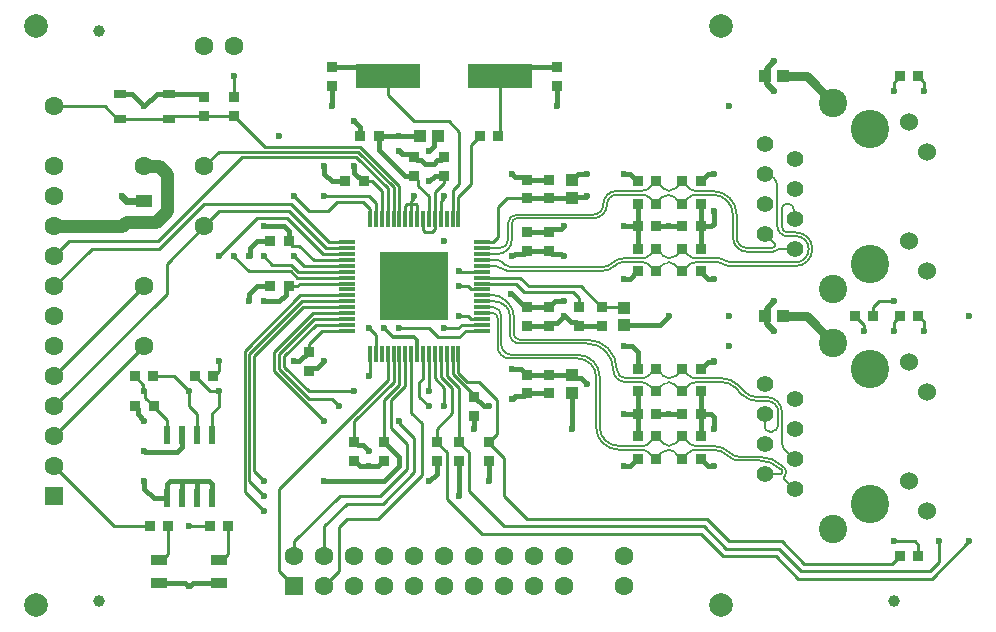
<source format=gtl>
G04*
G04 #@! TF.GenerationSoftware,Altium Limited,CircuitStudio,1.5.2 (30)*
G04*
G04 Layer_Physical_Order=1*
G04 Layer_Color=11767835*
%FSLAX25Y25*%
%MOIN*%
G70*
G01*
G75*
%ADD10C,0.00693*%
%ADD11C,0.00692*%
%ADD12C,0.03937*%
%ADD13R,0.04016X0.03858*%
%ADD14R,0.05709X0.04331*%
%ADD15R,0.03543X0.03740*%
%ADD16R,0.03740X0.03543*%
%ADD17R,0.03740X0.03543*%
%ADD18R,0.03543X0.03740*%
%ADD19R,0.05512X0.03543*%
%ADD20R,0.04134X0.02559*%
%ADD21R,0.21654X0.07874*%
%ADD22R,0.02362X0.05906*%
%ADD23R,0.03858X0.04016*%
%ADD24R,0.22638X0.22638*%
%ADD25R,0.05512X0.01181*%
%ADD26R,0.01181X0.05512*%
%ADD27C,0.01000*%
%ADD28C,0.01600*%
%ADD29C,0.01200*%
%ADD30C,0.03000*%
%ADD31C,0.02000*%
%ADD32C,0.04200*%
%ADD33C,0.02400*%
%ADD34C,0.07874*%
%ADD35C,0.06299*%
%ADD36R,0.06299X0.06299*%
%ADD37R,0.06299X0.06299*%
%ADD38C,0.12795*%
%ADD39C,0.06024*%
%ADD40C,0.09449*%
%ADD41C,0.05543*%
%ADD42C,0.02362*%
D10*
X260113Y133178D02*
G03*
X260316Y133668I-490J490D01*
G01*
X247500Y143834D02*
G03*
X239500Y151834I-8000J0D01*
G01*
X231271Y153029D02*
G03*
X234157Y151834I2886J2886D01*
G01*
X260316Y133668D02*
G03*
X260113Y134158I-693J0D01*
G01*
X259348Y132861D02*
G03*
X260113Y133178I0J1083D01*
G01*
X247500Y136234D02*
G03*
X250872Y132861I3373J0D01*
G01*
X215800Y151867D02*
G03*
X218647Y153046I0J4026D01*
G01*
X207567Y151867D02*
G03*
X203000Y147300I0J-4567D01*
G01*
X199634Y143934D02*
G03*
X203000Y147300I0J3366D01*
G01*
X174200Y143934D02*
G03*
X171266Y141000I0J-2934D01*
G01*
X168561Y132795D02*
G03*
X171266Y135500I0J2705D01*
G01*
X168853Y126146D02*
G03*
X170979Y125266I2125J2125D01*
G01*
X168853Y126146D02*
G03*
X167059Y126890I-1795J-1795D01*
G01*
X202866Y125266D02*
G03*
X206792Y126892I0J5552D01*
G01*
X209777Y128133D02*
G03*
X206800Y126900I0J-4210D01*
G01*
X218701Y126900D02*
G03*
X215724Y128133I-2977J-2977D01*
G01*
X234177D02*
G03*
X231200Y126900I0J-4210D01*
G01*
X243056Y127450D02*
G03*
X244706Y126766I1650J1650D01*
G01*
X243056Y127450D02*
G03*
X241406Y128133I-1650J-1650D01*
G01*
X267000Y126766D02*
G03*
X272734Y132500I0J5734D01*
G01*
D02*
G03*
X267234Y138000I-5500J0D01*
G01*
X262500Y140000D02*
G03*
X264500Y138000I2000J0D01*
G01*
X264000Y147500D02*
G03*
X262500Y146000I0J-1500D01*
G01*
X266772Y145137D02*
G03*
X266000Y147000I-2635J0D01*
G01*
D02*
G03*
X264793Y147500I-1207J-1207D01*
G01*
X169353Y128146D02*
G03*
X167635Y128858I-1719J-1719D01*
G01*
X170293Y127207D02*
G03*
X172000Y126500I1707J1707D01*
G01*
X202855D02*
G03*
X205927Y127772I0J4344D01*
G01*
X209773Y129367D02*
G03*
X205930Y127775I0J-5434D01*
G01*
X215724Y129367D02*
G03*
X218701Y130600I0J4210D01*
G01*
X223008Y130192D02*
G03*
X225000Y129367I1992J1992D01*
G01*
D02*
G03*
X227163Y130263I0J3059D01*
G01*
X231201Y130599D02*
G03*
X234177Y129367I2976J2977D01*
G01*
X243567Y128683D02*
G03*
X245217Y128000I1650J1650D01*
G01*
X267000D02*
G03*
X271500Y132500I0J4500D01*
G01*
X243567Y128683D02*
G03*
X241917Y129367I-1650J-1650D01*
G01*
X271500Y132500D02*
G03*
X267234Y136766I-4266J0D01*
G01*
X261000Y153272D02*
G03*
X256772Y157500I-4228J0D01*
G01*
X261000Y140266D02*
G03*
X264500Y136766I3500J0D01*
G01*
X224902Y128133D02*
G03*
X222739Y127237I0J-3059D01*
G01*
X226894Y127308D02*
G03*
X224902Y128133I-1992J-1992D01*
G01*
X225000Y151867D02*
G03*
X227163Y152763I0J3059D01*
G01*
X223008Y152692D02*
G03*
X225000Y151867I1992J1992D01*
G01*
X234097Y150600D02*
G03*
X231200Y149400I0J-4097D01*
G01*
X266772Y132500D02*
G03*
X266473Y132624I-298J-298D01*
G01*
X262007Y132624D02*
G03*
X260805Y132125I0J-1700D01*
G01*
X259603Y131628D02*
G03*
X260805Y132125I0J1700D01*
G01*
X246266Y143834D02*
G03*
X239500Y150600I-6766J0D01*
G01*
X246266Y136234D02*
G03*
X250872Y131628I4606J0D01*
G01*
X218647Y149454D02*
G03*
X215800Y150633I-2847J-2847D01*
G01*
X207567D02*
G03*
X204234Y147300I0J-3333D01*
G01*
X199634Y142700D02*
G03*
X204234Y147300I0J4600D01*
G01*
X174200Y142700D02*
G03*
X172500Y141000I0J-1700D01*
G01*
X167827Y130827D02*
G03*
X172500Y135500I0J4673D01*
G01*
X226869Y149783D02*
G03*
X222661Y149666I-2042J-2290D01*
G01*
X201834Y89900D02*
G03*
X194500Y97234I-7334J0D01*
G01*
X201834Y73166D02*
G03*
X208133Y66867I6299J0D01*
G01*
X169000Y110300D02*
G03*
X166200Y113100I-2800J0D01*
G01*
X169000Y100734D02*
G03*
X172500Y97234I3500J0D01*
G01*
X216725Y66867D02*
G03*
X217505Y67190I0J1103D01*
G01*
X223008Y67692D02*
G03*
X225000Y66867I1992J1992D01*
G01*
D02*
G03*
X227163Y67763I0J3059D01*
G01*
X200600Y89900D02*
G03*
X194500Y96000I-6100J0D01*
G01*
X200600Y73166D02*
G03*
X208133Y65633I7533J0D01*
G01*
X167766Y109576D02*
G03*
X166200Y111142I-1566J0D01*
G01*
X167766Y100000D02*
G03*
X171766Y96000I4000J0D01*
G01*
X218600Y64300D02*
G03*
X215382Y65633I-3218J-3218D01*
G01*
X224902Y65633D02*
G03*
X222739Y64737I0J-3059D01*
G01*
X226894Y64808D02*
G03*
X224902Y65633I-1992J-1992D01*
G01*
X207534Y92400D02*
G03*
X197700Y102234I-9834J0D01*
G01*
X207534Y92400D02*
G03*
X210567Y89367I3033J0D01*
G01*
X170224Y115505D02*
G03*
X166500Y117047I-3724J-3724D01*
G01*
X173100Y110384D02*
G03*
X171513Y114216I-5419J0D01*
G01*
X173100Y104295D02*
G03*
X175161Y102234I2061J0D01*
G01*
X215482Y89367D02*
G03*
X218700Y90700I0J4551D01*
G01*
X223008Y90192D02*
G03*
X225000Y89367I1992J1992D01*
G01*
D02*
G03*
X227163Y90263I0J3059D01*
G01*
X250216Y84784D02*
G03*
X254200Y83134I3984J3984D01*
G01*
X262600Y78034D02*
G03*
X257500Y83134I-5100J0D01*
G01*
X262600Y68095D02*
G03*
X263882Y65000I4377J0D01*
G01*
X247664Y87336D02*
G03*
X242842Y89333I-4822J-4822D01*
G01*
X206300Y92400D02*
G03*
X197700Y101000I-8600J0D01*
G01*
X206300Y92400D02*
G03*
X210567Y88133I4267J0D01*
G01*
X170631Y113353D02*
G03*
X166464Y115079I-4166J-4166D01*
G01*
X171866Y110371D02*
G03*
X170631Y113353I-4217J0D01*
G01*
X171866Y104292D02*
G03*
X175158Y101000I3292J0D01*
G01*
X218600Y86800D02*
G03*
X215382Y88133I-3218J-3218D01*
G01*
X224902Y88133D02*
G03*
X222739Y87237I0J-3059D01*
G01*
X256772Y73428D02*
G03*
X258600Y71600I1828J0D01*
G01*
X249352Y83903D02*
G03*
X254188Y81900I4837J4837D01*
G01*
X259152Y71600D02*
G03*
X261366Y73814I0J2214D01*
G01*
Y78034D02*
G03*
X257500Y81900I-3866J0D01*
G01*
X226894Y87308D02*
G03*
X224902Y88133I-1992J-1992D01*
G01*
X246801Y86454D02*
G03*
X242828Y88099I-3972J-3972D01*
G01*
X218701Y149400D02*
Y149400D01*
X218701Y149400D01*
X220551Y147500D01*
X229350D02*
X231200Y149400D01*
X218701Y153100D02*
X220551Y155000D01*
X229350D02*
X231200Y153100D01*
X247500Y136234D02*
Y143834D01*
X234157Y151834D02*
X239500D01*
X256772Y137500D02*
X260113Y134158D01*
X250872Y132861D02*
X259348D01*
X218647Y153046D02*
X218701Y153100D01*
X207567Y151867D02*
X215800D01*
X174200Y143934D02*
X199634D01*
X171266Y135500D02*
Y141000D01*
X162441Y132795D02*
X168561D01*
X170979Y125266D02*
X202866D01*
X218701Y126900D02*
X220551Y125000D01*
X162441Y126890D02*
X167059D01*
X206792Y126892D02*
X206800Y126900D01*
X209777Y128133D02*
X215724D01*
X218701Y126900D02*
X218701Y126900D01*
X229350Y125000D02*
X231200Y126900D01*
X234177Y128133D02*
X241406D01*
X244706Y126766D02*
X267000D01*
X262500Y140000D02*
Y146000D01*
X264000Y147500D02*
X264793D01*
X264500Y138000D02*
X267234D01*
X266772Y142500D02*
Y145137D01*
X162441Y128858D02*
X167635D01*
X169354Y128146D02*
X170293Y127207D01*
X172000Y126500D02*
X202855D01*
X205927Y127772D02*
X205930Y127775D01*
X209773Y129367D02*
X215724D01*
X218701Y130600D02*
X218701Y130600D01*
X220551Y132500D01*
X222500Y130700D02*
X223008Y130192D01*
X220551Y132500D02*
X222500Y130700D01*
X227163Y130263D02*
X227500Y130600D01*
X245217Y128000D02*
X267000D01*
X234177Y129367D02*
X241917D01*
X227500Y130600D02*
X229350Y132500D01*
X231200Y130600D02*
X231201Y130599D01*
X229350Y132500D02*
X231200Y130600D01*
X264500Y136766D02*
X267234D01*
X261000Y140266D02*
Y153272D01*
X220551Y125000D02*
X222402Y126900D01*
X222739Y127237D01*
X227402Y126800D02*
X229350Y125000D01*
X226894Y127308D02*
X227402Y126800D01*
X227500Y153100D02*
X229350Y155000D01*
X227163Y152763D02*
X227500Y153100D01*
X220551Y155000D02*
X222500Y153200D01*
X223008Y152692D01*
X234097Y150600D02*
X239500D01*
X262007Y132624D02*
X266473D01*
X246266Y136234D02*
Y143834D01*
X250872Y131628D02*
X259603D01*
X207567Y150633D02*
X215800D01*
X218647Y149454D02*
X218701Y149400D01*
X174200Y142700D02*
X199634D01*
X172500Y135500D02*
Y141000D01*
X162441Y130827D02*
X167827D01*
X220551Y147500D02*
X222657Y149662D01*
X226869Y149783D02*
X227377Y149275D01*
X229326Y147475D01*
X162441Y113110D02*
X166200D01*
X217505Y67190D02*
X220551Y70000D01*
X222500Y68200D02*
X223008Y67692D01*
X227163Y67763D02*
X227500Y68100D01*
X229350Y70000D01*
X220551D02*
X222500Y68200D01*
X229350Y70000D02*
X231200Y68100D01*
X220551Y62500D02*
X222402Y64400D01*
X222739Y64737D01*
X227402Y64300D02*
X229350Y62500D01*
X226894Y64808D02*
X227402Y64300D01*
X229350Y62500D02*
X231200Y64400D01*
X201834Y73166D02*
Y89900D01*
X169000Y100734D02*
Y110300D01*
X166200Y113100D02*
Y113110D01*
X172500Y97234D02*
X194500D01*
X208133Y66867D02*
X216725Y66867D01*
X200600Y73166D02*
Y89900D01*
X162441Y111142D02*
X166200D01*
X167766Y100000D02*
Y109576D01*
X171766Y96000D02*
X194500D01*
X208133Y65633D02*
X215382D01*
X170224Y115505D02*
X171513Y114216D01*
X222500Y90700D02*
X223008Y90192D01*
X220551Y92500D02*
X222500Y90700D01*
X266382Y62500D02*
X266772D01*
X227163Y90263D02*
X227500Y90600D01*
X229350Y92500D01*
X231200Y90600D01*
X218600Y86800D02*
X218600Y86800D01*
X220551Y85000D02*
X222402Y86900D01*
X222739Y87237D01*
X227402Y86800D02*
X229350Y85000D01*
X231200Y86900D01*
X226894Y87308D02*
X227402Y86800D01*
X175161Y102234D02*
X197700D01*
X162441Y117047D02*
X166500D01*
X173100Y104295D02*
Y110384D01*
X210567Y89367D02*
X215482D01*
X218700Y90700D02*
X218700Y90700D01*
X220551Y92500D01*
X254200Y83134D02*
Y83134D01*
X262600Y68095D02*
Y78034D01*
X254200Y83134D02*
X257500D01*
X263882Y65000D02*
X266382Y62500D01*
X247664Y87336D02*
X247664Y87336D01*
X250216Y84784D01*
X234200Y89333D02*
X242842D01*
X175158Y101000D02*
X197700D01*
X162441Y115079D02*
X166464D01*
X171866Y104292D02*
Y110371D01*
X210567Y88133D02*
X215382D01*
X256772Y73428D02*
Y77500D01*
X254200Y81900D02*
X257500D01*
X258600Y71600D02*
X259152D01*
X261366Y73814D02*
Y78034D01*
X246801Y86454D02*
X249352Y83903D01*
X254188Y81900D02*
X254200D01*
X234097Y88099D02*
X242828D01*
D11*
X245483Y64417D02*
G03*
X239650Y66833I-5833J-5833D01*
G01*
X231242Y68058D02*
G03*
X234200Y66833I2958J2958D01*
G01*
X263027Y59946D02*
G03*
X255091Y63233I-7936J-7936D01*
G01*
X245500Y64400D02*
G03*
X248318Y63233I2818J2818D01*
G01*
X234097Y65600D02*
G03*
X231200Y64400I0J-4097D01*
G01*
X244628Y63528D02*
G03*
X239626Y65600I-5002J-5002D01*
G01*
X244638Y63519D02*
G03*
X248304Y62000I3666J3666D01*
G01*
X231242Y90558D02*
G03*
X234200Y89333I2958J2958D01*
G01*
X234097Y88100D02*
G03*
X231200Y86900I0J-4097D01*
G01*
X262158Y59071D02*
G03*
X255087Y62000I-7071J-7071D01*
G01*
X263226Y56332D02*
G03*
X263428Y55843I692J0D01*
G01*
X263429Y56821D02*
G03*
X263226Y56332I489J-489D01*
G01*
X263993Y58191D02*
G03*
X263436Y59537I-1903J0D01*
G01*
X263433Y56825D02*
G03*
X263993Y58177I-1351J1351D01*
G01*
X262068Y57490D02*
G03*
X262557Y57693I0J692D01*
G01*
X262760Y58182D02*
G03*
X262558Y58671I-692J0D01*
G01*
X262557Y57693D02*
G03*
X262760Y58182I-489J489D01*
G01*
X256772Y57500D02*
X256781Y57490D01*
X234200Y66833D02*
X239650D01*
X245483Y64417D02*
X245500Y64400D01*
X248318Y63233D02*
X255091D01*
X218600Y64300D02*
X218600Y64300D01*
X220551Y62500D01*
X234097Y65600D02*
X239626D01*
X244628Y63528D02*
X244638Y63519D01*
X248304Y62000D02*
X255087D01*
X218600Y86800D02*
X218600Y86800D01*
X218600Y86800D01*
X218600Y86800D02*
X218600Y86800D01*
X220551Y85000D01*
X256781Y57490D02*
X262068D01*
X263428Y55843D02*
X266772Y52500D01*
X263429Y56821D02*
X263433Y56825D01*
X263027Y59946D02*
X263436Y59537D01*
X262158Y59071D02*
X262557Y58672D01*
D12*
X300000Y15000D02*
D03*
X35000Y205000D02*
D03*
Y15000D02*
D03*
D13*
X262913Y110000D02*
D03*
X257087D02*
D03*
X147913Y170000D02*
D03*
X142087D02*
D03*
X257087Y190000D02*
D03*
X262913D02*
D03*
D14*
X50000Y148543D02*
D03*
Y141457D02*
D03*
D15*
X229350Y92500D02*
D03*
X235650D02*
D03*
X229350Y70000D02*
D03*
X235650D02*
D03*
X229350Y62500D02*
D03*
X235650D02*
D03*
X229350Y132500D02*
D03*
X235650D02*
D03*
X116850Y155000D02*
D03*
X123150D02*
D03*
X121850Y170000D02*
D03*
X128150D02*
D03*
X235650Y77500D02*
D03*
X229350D02*
D03*
X98150Y135000D02*
D03*
X91850D02*
D03*
Y120000D02*
D03*
X98150D02*
D03*
X46850Y80000D02*
D03*
X53150D02*
D03*
X229350Y140000D02*
D03*
X235650D02*
D03*
Y85000D02*
D03*
X229350D02*
D03*
X235650Y147500D02*
D03*
X229350D02*
D03*
Y155000D02*
D03*
X235650D02*
D03*
X229350Y125000D02*
D03*
X235650D02*
D03*
D16*
X293051Y110000D02*
D03*
X286949D02*
D03*
X301949D02*
D03*
X308051D02*
D03*
Y190000D02*
D03*
X301949D02*
D03*
X308051Y30000D02*
D03*
X301949D02*
D03*
X66949Y90000D02*
D03*
X73051D02*
D03*
X53051D02*
D03*
X46949D02*
D03*
X161949Y170000D02*
D03*
X168051D02*
D03*
X71949Y40000D02*
D03*
X78051D02*
D03*
X214449Y77500D02*
D03*
X220551D02*
D03*
X214449Y85000D02*
D03*
X220551D02*
D03*
X214449Y62500D02*
D03*
X220551D02*
D03*
X51949Y40000D02*
D03*
X58051D02*
D03*
X214449Y140000D02*
D03*
X220551D02*
D03*
Y147500D02*
D03*
X214449D02*
D03*
X220551Y132500D02*
D03*
X214449D02*
D03*
X220551Y125000D02*
D03*
X214449D02*
D03*
Y92500D02*
D03*
X220551D02*
D03*
Y70000D02*
D03*
X214449D02*
D03*
Y155000D02*
D03*
X220551D02*
D03*
D17*
X70000Y176850D02*
D03*
Y183150D02*
D03*
X112500Y186850D02*
D03*
Y193150D02*
D03*
X187500Y186850D02*
D03*
Y193150D02*
D03*
X160000Y83150D02*
D03*
Y76850D02*
D03*
X130000Y68150D02*
D03*
Y61850D02*
D03*
X120000Y68150D02*
D03*
Y61850D02*
D03*
X150000Y156850D02*
D03*
Y163150D02*
D03*
X140000D02*
D03*
Y156850D02*
D03*
X105000Y91850D02*
D03*
Y98150D02*
D03*
X185000Y149350D02*
D03*
Y155650D02*
D03*
X177500D02*
D03*
Y149350D02*
D03*
X185000Y113150D02*
D03*
Y106850D02*
D03*
X177500Y113150D02*
D03*
Y106850D02*
D03*
Y84350D02*
D03*
Y90650D02*
D03*
X202500Y106850D02*
D03*
Y113150D02*
D03*
X185000Y138150D02*
D03*
Y131850D02*
D03*
Y90650D02*
D03*
Y84350D02*
D03*
X177500Y138150D02*
D03*
Y131850D02*
D03*
D18*
X155000Y61949D02*
D03*
Y68051D02*
D03*
X147500Y61949D02*
D03*
Y68051D02*
D03*
X80000Y176949D02*
D03*
Y183051D02*
D03*
X165000Y68051D02*
D03*
Y61949D02*
D03*
X195000Y113051D02*
D03*
Y106949D02*
D03*
D19*
X75000Y28839D02*
D03*
Y21161D02*
D03*
X55000Y28839D02*
D03*
Y21161D02*
D03*
D20*
X41831Y175768D02*
D03*
Y184232D02*
D03*
X58169D02*
D03*
Y175768D02*
D03*
D21*
X131299Y190000D02*
D03*
X168701D02*
D03*
D22*
X72500Y70630D02*
D03*
X67500D02*
D03*
X62500D02*
D03*
X57500D02*
D03*
X72500Y49370D02*
D03*
X67500D02*
D03*
X62500D02*
D03*
X57500D02*
D03*
D23*
X210000Y107087D02*
D03*
Y112913D02*
D03*
X192500Y155413D02*
D03*
Y149587D02*
D03*
Y90413D02*
D03*
Y84587D02*
D03*
D24*
X140000Y120000D02*
D03*
D25*
X162441Y134764D02*
D03*
Y132795D02*
D03*
Y130827D02*
D03*
Y128858D02*
D03*
Y126890D02*
D03*
Y124921D02*
D03*
Y122953D02*
D03*
Y120984D02*
D03*
Y119016D02*
D03*
Y117047D02*
D03*
Y115079D02*
D03*
Y113110D02*
D03*
Y111142D02*
D03*
Y109173D02*
D03*
Y107205D02*
D03*
Y105236D02*
D03*
X117559D02*
D03*
Y107205D02*
D03*
Y109173D02*
D03*
Y111142D02*
D03*
Y113110D02*
D03*
Y115079D02*
D03*
Y117047D02*
D03*
Y119016D02*
D03*
Y120984D02*
D03*
Y122953D02*
D03*
Y124921D02*
D03*
Y126890D02*
D03*
Y128858D02*
D03*
Y130827D02*
D03*
Y132795D02*
D03*
Y134764D02*
D03*
D26*
X154764Y97559D02*
D03*
X152795D02*
D03*
X150827D02*
D03*
X148858D02*
D03*
X146890D02*
D03*
X144921D02*
D03*
X142953D02*
D03*
X140984D02*
D03*
X139016D02*
D03*
X137047D02*
D03*
X135079D02*
D03*
X133110D02*
D03*
X131142D02*
D03*
X129173D02*
D03*
X127205D02*
D03*
X125236D02*
D03*
Y142441D02*
D03*
X127205D02*
D03*
X129173D02*
D03*
X131142D02*
D03*
X133110D02*
D03*
X135079D02*
D03*
X137047D02*
D03*
X139016D02*
D03*
X140984D02*
D03*
X142953D02*
D03*
X144921D02*
D03*
X146890D02*
D03*
X148858D02*
D03*
X150827D02*
D03*
X152795D02*
D03*
X154764D02*
D03*
D27*
X142953Y138815D02*
X143658Y138110D01*
X142953Y138815D02*
Y142441D01*
X143658Y138110D02*
X145955D01*
X146890Y139045D02*
Y142441D01*
X145955Y138110D02*
X146890Y139045D01*
X131142Y142441D02*
Y152771D01*
X133110Y142441D02*
Y153207D01*
X95000Y25000D02*
X100000Y20000D01*
X150827Y90262D02*
X155000Y86089D01*
X150000Y80000D02*
Y86281D01*
X150827Y90262D02*
Y97559D01*
X146890Y89391D02*
Y97559D01*
X148858Y89827D02*
Y97559D01*
Y89827D02*
X152681Y86004D01*
X146890Y89391D02*
X150000Y86281D01*
X154764Y91142D02*
Y97559D01*
Y91142D02*
X157646Y88260D01*
X53051Y90000D02*
X60000D01*
X101396Y124921D02*
X117559D01*
X111725Y134764D02*
X117559D01*
X100960Y122953D02*
X117559D01*
X109500Y130827D02*
X117559D01*
X154764Y142441D02*
Y149764D01*
X98913Y125000D02*
X100960Y122953D01*
X84885Y125000D02*
X98913D01*
X80000Y129885D02*
X84885Y125000D01*
X80000Y129885D02*
Y130000D01*
X106673Y109173D02*
X117559D01*
X102047Y117047D02*
X117559D01*
X144921Y142441D02*
Y150079D01*
X95000Y25000D02*
Y52596D01*
X72500Y70630D02*
Y77500D01*
X75000Y80000D01*
Y85000D01*
X65000Y80000D02*
X67500Y77500D01*
Y70630D02*
Y77500D01*
X65000Y80000D02*
Y85000D01*
X66949Y90000D02*
X67047D01*
X72047Y85000D01*
X75000D01*
X50000D02*
X50261Y84739D01*
Y82987D02*
Y84739D01*
Y82987D02*
X53150Y80098D01*
Y80000D02*
Y80098D01*
X49739Y85261D02*
X50000Y85000D01*
X49739Y85261D02*
Y87308D01*
X47047Y90000D02*
X49739Y87308D01*
X46949Y90000D02*
X47047D01*
X60000D02*
X65000Y85000D01*
X144921Y85079D02*
X145000Y85000D01*
X144921Y85079D02*
Y97559D01*
X142953Y89250D02*
Y97559D01*
X141700Y83300D02*
X145000Y80000D01*
X135079Y87291D02*
Y97559D01*
X141700Y87997D02*
X142953Y89250D01*
X141700Y83300D02*
Y87997D01*
X131142Y88738D02*
Y97559D01*
X95000Y52596D02*
X131142Y88738D01*
X120000Y75000D02*
X133110Y88110D01*
Y97559D01*
X120000Y68150D02*
Y75000D01*
X130000Y82213D02*
X135079Y87291D01*
X130000Y68150D02*
Y82213D01*
X135000Y74631D02*
Y75000D01*
X152681Y77681D02*
Y86004D01*
X125236Y90236D02*
Y97559D01*
X125000Y90000D02*
X125236Y90236D01*
X105000Y100906D02*
X109331Y105236D01*
X117559D01*
X105000Y98150D02*
Y100906D01*
X107109Y107205D02*
X117559D01*
X96700Y96796D02*
X107109Y107205D01*
X96700Y93140D02*
Y96796D01*
Y93140D02*
X104840Y85000D01*
X120000D01*
X102919Y113110D02*
X117559D01*
X95000Y97500D02*
X106673Y109173D01*
X95000Y92435D02*
Y97500D01*
X106238Y111142D02*
X117559D01*
X93300Y98204D02*
X106238Y111142D01*
X93300Y91700D02*
Y98204D01*
Y91700D02*
X110000Y75000D01*
X95000Y92404D02*
Y92435D01*
X100906Y120000D02*
X101890Y120984D01*
X117559D01*
X98199Y120049D02*
X100856D01*
X100906Y120000D01*
X145000Y106000D02*
X148000Y103000D01*
X135000Y106000D02*
X145000D01*
X150000D02*
X154674D01*
X155879Y107205D01*
X162441D01*
X155000Y103000D02*
X157236Y105236D01*
X162441D01*
X148000Y103000D02*
X155000D01*
X125000Y106000D02*
X127205Y103795D01*
Y97559D02*
Y103795D01*
X125906Y155000D02*
X129173Y151732D01*
Y142441D02*
Y151732D01*
X127205Y142441D02*
Y147834D01*
X125236Y142441D02*
Y145913D01*
X125039Y150000D02*
X127205Y147834D01*
X110000Y150000D02*
X125039D01*
X123045Y148104D02*
X125236Y145913D01*
X90000Y130000D02*
X92681Y127319D01*
X98998D01*
X101396Y124921D01*
X100000Y130000D02*
X103110Y126890D01*
X117559D01*
X140098Y156850D02*
X141370Y155579D01*
X140000Y156850D02*
X140098D01*
X130000Y68150D02*
X130098D01*
X147500Y72500D02*
X152681Y77681D01*
X53150Y79902D02*
X57500Y75551D01*
X53150Y79902D02*
Y80000D01*
X57500Y70630D02*
Y75551D01*
X98150Y134902D02*
Y135000D01*
Y134902D02*
X99421Y133630D01*
X106465Y128858D02*
X117559D01*
X101694Y133630D02*
X106465Y128858D01*
X99421Y133630D02*
X101694D01*
X114212Y148104D02*
X123045D01*
X111108Y145000D02*
X114212Y148104D01*
X100000Y150000D02*
X105000Y145000D01*
X111108D01*
X168701Y170650D02*
Y190000D01*
X168051Y170000D02*
X168701Y170650D01*
X131299Y183701D02*
X140000Y175000D01*
X152795Y152033D02*
X155000Y154238D01*
X131299Y183701D02*
Y190000D01*
X152795Y142441D02*
Y152033D01*
X165000Y68150D02*
X167681Y70831D01*
X165000Y68051D02*
Y68150D01*
X152795Y90706D02*
Y97559D01*
X132319Y72681D02*
Y82003D01*
X137047Y86731D01*
Y97559D01*
X104904Y82500D02*
X112500D01*
X95000Y92404D02*
X104904Y82500D01*
X112500D02*
X115000Y80000D01*
X300000Y185000D02*
Y188051D01*
X300579Y188630D01*
Y188728D01*
X301850Y190000D01*
X301949D01*
X310000Y185000D02*
Y188051D01*
X309421Y188630D02*
X310000Y188051D01*
X309421Y188630D02*
Y188728D01*
X308150Y190000D02*
X309421Y188728D01*
X308051Y190000D02*
X308150D01*
X295000Y115000D02*
X300000D01*
X293051Y113051D02*
X295000Y115000D01*
X293051Y110000D02*
Y113051D01*
X290000Y105000D02*
Y107047D01*
X287047Y110000D02*
X290000Y107047D01*
X286949Y110000D02*
X287047D01*
X300000Y105000D02*
Y108150D01*
X301850Y110000D01*
X301949D01*
X310000Y105000D02*
Y108150D01*
X308150Y110000D02*
X310000Y108150D01*
X308051Y110000D02*
X308150D01*
X306852Y35000D02*
X308051Y33801D01*
X300000Y35000D02*
X306852D01*
X308051Y30000D02*
Y33801D01*
X315000Y28209D02*
Y35000D01*
X311791Y25000D02*
X315000Y28209D01*
X147500Y67953D02*
Y68051D01*
Y72500D01*
Y67953D02*
X150772Y64681D01*
X165000Y67953D02*
Y68051D01*
X150772Y49228D02*
Y64681D01*
X301850Y30000D02*
X301949D01*
X165000Y67953D02*
X170000Y62953D01*
X122091Y166630D02*
X135079Y153642D01*
Y142441D02*
Y153642D01*
X90319Y166630D02*
X122091D01*
X121387Y164930D02*
X133110Y153207D01*
X74930Y164930D02*
X121387D01*
X120683Y163230D02*
X131142Y152771D01*
X120000Y160000D02*
X120000Y160000D01*
X122953Y155000D02*
X123150D01*
X124528D01*
X80000Y183051D02*
Y190000D01*
Y183051D02*
X80000Y183051D01*
X104902Y98150D02*
X105000D01*
X150772Y49228D02*
X162500Y37500D01*
X237500Y42500D02*
X245000Y35000D01*
X170000Y50000D02*
Y62953D01*
X70000Y140000D02*
X75000Y145000D01*
X70000Y160000D02*
X74930Y164930D01*
X80000Y176949D02*
X90319Y166630D01*
X177500Y42500D02*
X237500D01*
X170000Y50000D02*
X177500Y42500D01*
X155000Y125000D02*
X155079Y124921D01*
X162441D01*
X202402Y113150D02*
X202500D01*
X209764D02*
X210000Y112913D01*
X202500Y113150D02*
X209764D01*
X151500Y175000D02*
X155000Y171500D01*
X140000Y175000D02*
X151500D01*
X155000Y154238D02*
Y171500D01*
X161850Y170000D02*
X161949D01*
X159000Y154000D02*
Y167150D01*
X161850Y170000D01*
X154764Y149764D02*
X159000Y154000D01*
X158000Y120000D02*
X158984Y119016D01*
X162441D01*
X155000Y120000D02*
X158000D01*
X155000Y110000D02*
X158000D01*
X158827Y109173D01*
X162441D01*
X166414Y134764D02*
X168000Y136350D01*
X162441Y134764D02*
X166414D01*
X168000Y136350D02*
Y146500D01*
X170850Y149350D01*
X177500D01*
X162441Y120984D02*
X174016D01*
X162441Y122953D02*
X175178D01*
X178131Y120000D02*
X195551D01*
X202402Y113150D01*
X175178Y122953D02*
X178131Y120000D01*
X195000Y113051D02*
Y116287D01*
X176700Y118300D02*
X192987D01*
X195000Y116287D01*
X174016Y120984D02*
X176700Y118300D01*
X70000Y176850D02*
X70098Y176949D01*
X80000D01*
X58169Y175768D02*
X58957D01*
X60039Y176850D01*
X70000D01*
X41043Y175768D02*
X41831D01*
X36811Y180000D02*
X41043Y175768D01*
X20000Y180000D02*
X36811D01*
X155000Y68051D02*
Y86089D01*
Y67953D02*
Y68051D01*
X158272Y51728D02*
Y64681D01*
X155000Y67953D02*
X158272Y64681D01*
Y51728D02*
X170000Y40000D01*
X75000Y91850D02*
Y95000D01*
X73150Y90000D02*
X75000Y91850D01*
X73051Y90000D02*
X73150D01*
X55000Y28839D02*
X55984D01*
X58051Y30906D01*
Y40000D01*
X75000Y28839D02*
X75984D01*
X78051Y30906D01*
Y40000D01*
X65000D02*
X71949D01*
X152795Y90706D02*
X160176Y83325D01*
X123150Y155000D02*
X125906D01*
X141370Y153630D02*
Y155579D01*
Y153630D02*
X144921Y150079D01*
X150000Y149631D02*
Y150000D01*
X148858Y142441D02*
Y148490D01*
X150000Y149631D01*
X137047Y146914D02*
X137633Y147500D01*
X137047Y142441D02*
Y146914D01*
X140984Y142441D02*
Y147016D01*
X140500Y147500D02*
X140984Y147016D01*
X139016Y142441D02*
Y147449D01*
X139000Y147500D02*
X140500D01*
X139000D02*
Y148631D01*
Y147465D02*
X139016Y147449D01*
X137633Y147500D02*
X139000D01*
Y147465D02*
Y147500D01*
X41831Y175768D02*
X58169D01*
X20000Y130000D02*
X25000Y135000D01*
X32500Y132500D02*
X55000D01*
X20000Y120000D02*
X32500Y132500D01*
X20000Y90000D02*
X50000Y120000D01*
X57500Y127500D02*
X70000Y140000D01*
X57500Y117500D02*
Y127500D01*
X20000Y80000D02*
X57500Y117500D01*
X20000Y70000D02*
Y70228D01*
X49772Y100000D01*
X50000D01*
X40000Y40000D02*
X51949D01*
X20000Y60000D02*
X40000Y40000D01*
X75000Y130000D02*
X87681Y142681D01*
X97646D01*
X109500Y130827D01*
X100000Y30000D02*
Y34409D01*
X139000Y148631D02*
X140000Y149631D01*
Y150000D01*
X157646Y88260D02*
X161741D01*
X167681Y70831D02*
Y82319D01*
X161741Y88260D02*
X167681Y82319D01*
X262500Y35000D02*
X270000Y27500D01*
X245000Y35000D02*
X262500D01*
X299350Y27500D02*
X301850Y30000D01*
X270000Y27500D02*
X299350D01*
X261500Y32500D02*
X269000Y25000D01*
X311791D01*
X250000Y32500D02*
X261500D01*
X260500Y30000D02*
X268000Y22500D01*
X244000Y32500D02*
X250000D01*
X236500Y40000D02*
X244000Y32500D01*
X170000Y40000D02*
X236500D01*
X235500Y37500D02*
X243000Y30000D01*
X162500Y37500D02*
X235500D01*
X243000Y30000D02*
X260500D01*
X86500Y58500D02*
Y96692D01*
X102919Y113110D01*
X86500Y58500D02*
X90000Y55000D01*
X83500Y98500D02*
X102047Y117047D01*
X83500Y51500D02*
Y98500D01*
Y51500D02*
X90000Y45000D01*
X146890Y142441D02*
Y151390D01*
X98988Y147500D02*
X111725Y134764D01*
X55000Y132500D02*
X70000Y147500D01*
X98988D01*
X268000Y22500D02*
X312500D01*
X325000Y35000D01*
X325078Y35078D01*
X150000Y154500D02*
Y156850D01*
X146890Y151390D02*
X150000Y154500D01*
X132319Y72681D02*
X137500Y67500D01*
X135000Y74631D02*
X140000Y69631D01*
X139016Y77877D02*
Y97559D01*
Y77877D02*
X142500Y74393D01*
X129500Y47500D02*
X140000Y58000D01*
Y69631D01*
X128662Y50162D02*
X137500Y59000D01*
Y67500D01*
X115000Y39928D02*
X117619Y42547D01*
X110000Y20000D02*
X115000Y25000D01*
Y39928D01*
X117500Y47500D02*
X129500D01*
X110000Y40000D02*
X117500Y47500D01*
X110000Y30000D02*
Y40000D01*
X115162Y50162D02*
X128662D01*
X100000Y34409D02*
Y35000D01*
X115162Y50162D01*
X85000Y55000D02*
X90000Y50000D01*
X85000Y97500D02*
X102579Y115079D01*
X85000Y55000D02*
Y97500D01*
X102579Y115079D02*
X117559D01*
X98400Y145000D02*
X110605Y132795D01*
X117559D01*
X75000Y145000D02*
X98400D01*
X142500Y57100D02*
Y74393D01*
X127947Y42547D02*
X142500Y57100D01*
X117619Y42547D02*
X127947D01*
X82730Y163230D02*
X120683D01*
X54500Y135000D02*
X82730Y163230D01*
X25000Y135000D02*
X54500D01*
D28*
X146850Y156850D02*
X150000D01*
X128150Y170000D02*
X135000D01*
X142087D01*
X145000Y155000D02*
X146850Y156850D01*
X128150Y165551D02*
Y170000D01*
Y165551D02*
X136850Y156850D01*
X140000D01*
X122953Y67047D02*
X125000Y65000D01*
X121102Y67047D02*
X122953D01*
X120000Y68150D02*
X121102Y67047D01*
X160000Y83150D02*
X160098D01*
X163248Y80000D02*
X165000D01*
X160098Y83150D02*
X163248Y80000D01*
X145000Y55000D02*
X147500Y57500D01*
Y61949D01*
X128150Y193150D02*
X131299Y190000D01*
X112500Y193150D02*
X128150D01*
X168701Y190000D02*
X171850Y193150D01*
X187500D01*
X120000Y157953D02*
Y160000D01*
Y157953D02*
X122953Y155000D01*
X101752Y95000D02*
X104902Y98150D01*
X100000Y95000D02*
X101752D01*
X172500Y130000D02*
X172706D01*
X173585Y130879D01*
X176528D01*
X177500Y131850D01*
X189794Y130000D02*
X190000D01*
X188915Y130879D02*
X189794Y130000D01*
X185972Y130879D02*
X188915D01*
X185000Y131850D02*
X185972Y130879D01*
X177500Y131850D02*
X185000D01*
X177500Y113150D02*
X185000D01*
X172603Y117500D02*
X176953Y113150D01*
X172397Y117500D02*
X172603D01*
X176953Y113150D02*
X177500D01*
X172500Y92500D02*
X175551D01*
X177402Y90650D01*
X177500D01*
X185000D01*
X214449Y140000D02*
Y147500D01*
Y132500D02*
Y140000D01*
X177500Y149350D02*
X185000D01*
X185118Y149469D01*
X192382D01*
X192500Y149587D01*
X210000Y77500D02*
X214449D01*
Y70000D02*
Y77500D01*
Y85000D01*
X222087Y107087D02*
X225000Y110000D01*
X210000Y107087D02*
X222087D01*
X197354Y149854D02*
X197500Y150000D01*
X192768Y149854D02*
X197354D01*
X192500Y149587D02*
X192768Y149854D01*
X210000Y140000D02*
X214449D01*
X220551D02*
X225000D01*
X229350D01*
X220551Y77500D02*
X225000D01*
X229350D01*
X235650D02*
Y85000D01*
Y70000D02*
Y77500D01*
Y132500D02*
Y140000D01*
Y147500D01*
X239063Y77500D02*
X240000Y76563D01*
Y72500D02*
Y76563D01*
X235650Y77500D02*
X239063D01*
Y140000D02*
X240000Y140937D01*
Y145000D01*
X235650Y140000D02*
X239063D01*
X177500Y106850D02*
X185000D01*
X177500Y138150D02*
X185000D01*
X189794Y140000D02*
X190000D01*
X188915Y139121D02*
X189794Y140000D01*
X185972Y139121D02*
X188915D01*
X185000Y138150D02*
X185972Y139121D01*
X177500Y84350D02*
X185000D01*
X172603Y82500D02*
X172809D01*
X173688Y83379D01*
X176528D01*
X177500Y84350D01*
X185098Y113150D02*
X186949Y115000D01*
X185000Y113150D02*
X185098D01*
X186949Y115000D02*
X190000D01*
Y110000D02*
X190206D01*
X192187Y108019D01*
X194028D01*
X195000Y107047D01*
Y106949D02*
Y107047D01*
X189794Y110000D02*
X190000D01*
X187616Y107822D02*
X189794Y110000D01*
X185972Y107822D02*
X187616D01*
X185000Y106850D02*
X185972Y107822D01*
X177500Y155650D02*
X185000D01*
X172500Y157500D02*
X172706D01*
X173585Y156621D01*
X176528D01*
X177500Y155650D01*
X192500Y155492D02*
X194508Y157500D01*
X192500Y155413D02*
Y155492D01*
X194508Y157500D02*
X197500D01*
X195000Y106949D02*
X195049Y106900D01*
X202451D01*
X202500Y106850D01*
X160000Y72500D02*
Y76850D01*
X165000Y55000D02*
Y61949D01*
X155000Y50000D02*
Y61949D01*
X109794Y95000D02*
X110000D01*
X107616Y92822D02*
X109794Y95000D01*
X105972Y92822D02*
X107616D01*
X105000Y91850D02*
X105972Y92822D01*
X50000Y75000D02*
Y75206D01*
X47822Y77384D02*
X50000Y75206D01*
X47822Y77384D02*
Y79028D01*
X46850Y80000D02*
X47822Y79028D01*
X50000Y65000D02*
X50123Y64877D01*
X60896D01*
X62500Y66481D02*
Y70630D01*
X60896Y64877D02*
X62500Y66481D01*
X63632Y21161D02*
X64794Y20000D01*
X55000Y21161D02*
X63632D01*
X65206Y20000D02*
X66368Y21161D01*
X75000D01*
X64794Y20000D02*
X65000D01*
X65206D01*
X53130Y49370D02*
X57500D01*
X50000Y52500D02*
X53130Y49370D01*
X50000Y52500D02*
Y55000D01*
X85000Y117500D02*
X87500Y120000D01*
X91850D01*
X85000Y115000D02*
Y117500D01*
X110000Y157500D02*
X112500Y155000D01*
X116850D01*
X110000Y157500D02*
Y160000D01*
X146524Y160976D02*
X147726Y162178D01*
X149028D01*
X150000Y163150D01*
X143476Y160976D02*
X146524D01*
X142274Y162178D02*
X143476Y160976D01*
X140972Y162178D02*
X142274D01*
X140000Y163150D02*
X140972Y162178D01*
X135000Y165000D02*
X135206D01*
X136085Y164121D01*
X139028D01*
X140000Y163150D01*
X112500Y180000D02*
Y186850D01*
X187500Y180000D02*
Y186850D01*
X68917Y184232D02*
X70000Y183150D01*
X58169Y184232D02*
X68917D01*
X45768D02*
X50000Y180000D01*
X41831Y184232D02*
X45768D01*
X50000Y180000D02*
X54232Y184232D01*
X58169D01*
X85181Y132681D02*
X87500Y135000D01*
X85181Y130181D02*
Y132681D01*
X85000Y130000D02*
X85181Y130181D01*
X87500Y135000D02*
X91850D01*
X192500Y72500D02*
Y84587D01*
X185118Y90531D02*
X192382D01*
X185000Y90650D02*
X185118Y90531D01*
X197500Y87500D02*
Y87500D01*
X195606Y89394D02*
X197500Y87500D01*
X192382Y90531D02*
X193519Y89394D01*
X195606D01*
X121949Y60000D02*
X125000D01*
X120098Y61850D02*
X121949Y60000D01*
X120000Y61850D02*
X120098D01*
X125000Y60000D02*
X128051D01*
X129902Y61850D01*
X130000D01*
X98150Y135000D02*
Y138350D01*
X90000Y140000D02*
X96500D01*
X98150Y138350D01*
X120000Y175000D02*
X121850Y173150D01*
Y170000D02*
Y173150D01*
X239931Y157431D02*
X240000Y157500D01*
X237982Y157431D02*
X239931D01*
X235650Y155098D02*
X237982Y157431D01*
X235650Y155000D02*
Y155098D01*
X210000Y157500D02*
X210069Y157431D01*
X211920D01*
X214350Y155000D01*
X214449D01*
X239931Y122569D02*
X240000Y122500D01*
X237982Y122569D02*
X239931D01*
X235650Y124902D02*
X237982Y122569D01*
X235650Y124902D02*
Y125000D01*
X210000Y122500D02*
X210069Y122569D01*
X211920D01*
X214350Y125000D01*
X214449D01*
X210000Y60000D02*
X210069Y60069D01*
X211920D01*
X214350Y62500D01*
X214449D01*
X239931Y60069D02*
X240000Y60000D01*
X237982Y60069D02*
X239931D01*
X235650Y62402D02*
X237982Y60069D01*
X235650Y62402D02*
Y62500D01*
X210000Y100000D02*
X212500D01*
X214449Y98051D01*
Y92500D02*
Y98051D01*
X239931Y94931D02*
X240000Y95000D01*
X237982Y94931D02*
X239931D01*
X235650Y92598D02*
X237982Y94931D01*
X235650Y92500D02*
Y92598D01*
X57500Y54063D02*
X58437Y55000D01*
X57500Y49370D02*
Y54063D01*
X71500Y55000D02*
X72500Y54000D01*
Y49370D02*
Y54000D01*
X67500Y49370D02*
Y55000D01*
X71500D01*
X62500Y49370D02*
Y55000D01*
X58437D02*
X62500D01*
X67500D01*
X130098Y68150D02*
X135000Y63248D01*
X110000Y55000D02*
X130000D01*
X135000Y60000D01*
Y63248D01*
X145000Y165000D02*
Y165206D01*
X146705Y166912D01*
Y168871D01*
X147835Y170000D01*
X147913D01*
X95000Y115000D02*
X97178Y117178D01*
Y119028D01*
X98150Y120000D01*
X90000Y115000D02*
X95000D01*
D29*
X130000Y106000D02*
X133000Y103000D01*
X140984Y97559D02*
Y102016D01*
X140000Y103000D02*
X140984Y102016D01*
X133000Y103000D02*
X140000D01*
D30*
X270768Y190000D02*
X279764Y181004D01*
X262913Y190000D02*
X270768D01*
X262913Y110000D02*
X270768D01*
X279764Y101004D01*
D31*
X257500Y192500D02*
X260000Y195000D01*
X257500Y190413D02*
Y192500D01*
X257087Y190000D02*
X257500Y190413D01*
Y187500D02*
X260000Y185000D01*
X257500Y187500D02*
Y189587D01*
X257087Y190000D02*
X257500Y189587D01*
X257087Y110000D02*
X257500Y109587D01*
Y107500D02*
Y109587D01*
Y107500D02*
X260000Y105000D01*
X257087Y110000D02*
X257500Y110413D01*
Y112500D01*
X260000Y115000D01*
D32*
X55000Y160000D02*
X57500Y157500D01*
X50000Y160000D02*
X55000D01*
X53957Y141457D02*
X57500Y145000D01*
Y157500D01*
X43957Y141457D02*
X53957D01*
X20000Y140000D02*
X42500D01*
X43957Y141457D01*
D33*
X43957Y148543D02*
X50000D01*
X42500Y150000D02*
X43957Y148543D01*
D34*
X13780Y206693D02*
D03*
X242126D02*
D03*
X13780Y13780D02*
D03*
X242126D02*
D03*
D35*
X210000Y20000D02*
D03*
Y30000D02*
D03*
X80000Y200000D02*
D03*
X70000D02*
D03*
X50000Y160000D02*
D03*
Y100000D02*
D03*
X70000Y140000D02*
D03*
Y160000D02*
D03*
X190000Y30000D02*
D03*
Y20000D02*
D03*
X180000Y30000D02*
D03*
Y20000D02*
D03*
X170000Y30000D02*
D03*
Y20000D02*
D03*
X160000Y30000D02*
D03*
Y20000D02*
D03*
X150000Y30000D02*
D03*
Y20000D02*
D03*
X100000Y30000D02*
D03*
X110000Y20000D02*
D03*
Y30000D02*
D03*
X120000Y20000D02*
D03*
Y30000D02*
D03*
X130000Y20000D02*
D03*
Y30000D02*
D03*
X140000Y20000D02*
D03*
Y30000D02*
D03*
X20000Y160000D02*
D03*
Y150000D02*
D03*
Y60000D02*
D03*
Y70000D02*
D03*
Y80000D02*
D03*
Y90000D02*
D03*
Y100000D02*
D03*
Y110000D02*
D03*
Y120000D02*
D03*
Y130000D02*
D03*
Y140000D02*
D03*
Y180000D02*
D03*
X50000Y120000D02*
D03*
D36*
X100000Y20000D02*
D03*
D37*
X20000Y50000D02*
D03*
D38*
X291772Y127500D02*
D03*
Y172500D02*
D03*
Y47500D02*
D03*
Y92500D02*
D03*
D39*
X311063Y125098D02*
D03*
X305079Y135098D02*
D03*
X311063Y164902D02*
D03*
X305079Y174902D02*
D03*
X311063Y45098D02*
D03*
X305079Y55098D02*
D03*
X311063Y84902D02*
D03*
X305079Y94902D02*
D03*
D40*
X279764Y118996D02*
D03*
Y181004D02*
D03*
Y38996D02*
D03*
Y101004D02*
D03*
D41*
X266772Y132500D02*
D03*
X256772Y137500D02*
D03*
X266772Y142500D02*
D03*
X256772Y147500D02*
D03*
X266772Y152500D02*
D03*
X256772Y157500D02*
D03*
X266772Y162500D02*
D03*
X256772Y167500D02*
D03*
X266772Y52500D02*
D03*
X256772Y57500D02*
D03*
X266772Y62500D02*
D03*
X256772Y67500D02*
D03*
X266772Y72500D02*
D03*
X256772Y77500D02*
D03*
X266772Y82500D02*
D03*
X256772Y87500D02*
D03*
D42*
X145000Y80000D02*
D03*
X150000D02*
D03*
X145000Y85000D02*
D03*
Y165000D02*
D03*
X110000Y150000D02*
D03*
X120000Y85000D02*
D03*
X110000Y75000D02*
D03*
X90000Y50000D02*
D03*
Y45000D02*
D03*
Y55000D02*
D03*
X165000Y80000D02*
D03*
X125000Y106000D02*
D03*
X65000Y85000D02*
D03*
X50000D02*
D03*
X115000Y80000D02*
D03*
X75000Y95000D02*
D03*
X110000Y55000D02*
D03*
X90000Y130000D02*
D03*
X80000D02*
D03*
X135000Y170000D02*
D03*
X100000Y150000D02*
D03*
X140000D02*
D03*
X145000Y155000D02*
D03*
X125000Y90000D02*
D03*
X100000Y95000D02*
D03*
X75000Y85000D02*
D03*
X135000Y75000D02*
D03*
X90000Y115000D02*
D03*
X135000Y106000D02*
D03*
X150000D02*
D03*
X100000Y130000D02*
D03*
X95000Y170000D02*
D03*
X135000Y165000D02*
D03*
X110000Y95000D02*
D03*
X125000Y65000D02*
D03*
X50000D02*
D03*
X85000Y130000D02*
D03*
X75000D02*
D03*
X65000Y20000D02*
D03*
X50000Y55000D02*
D03*
X310000Y185000D02*
D03*
X300000D02*
D03*
X310000Y105000D02*
D03*
X300000D02*
D03*
Y35000D02*
D03*
Y115000D02*
D03*
X290000Y105000D02*
D03*
X325000Y35000D02*
D03*
X315000D02*
D03*
X145000Y55000D02*
D03*
X155000Y50000D02*
D03*
X165000Y55000D02*
D03*
X120000Y160000D02*
D03*
X80000Y190000D02*
D03*
X110000Y160000D02*
D03*
X65000Y40000D02*
D03*
X225000Y140000D02*
D03*
Y77500D02*
D03*
X190000Y130000D02*
D03*
X150000Y135000D02*
D03*
X172500Y130000D02*
D03*
X155000Y125000D02*
D03*
X190000Y140000D02*
D03*
X172500Y157500D02*
D03*
X172397Y117500D02*
D03*
X155000Y120000D02*
D03*
X197500Y157500D02*
D03*
X155000Y110000D02*
D03*
X172500Y92500D02*
D03*
X192500Y72500D02*
D03*
X210000Y100000D02*
D03*
Y77500D02*
D03*
X225000Y110000D02*
D03*
X210000Y122500D02*
D03*
Y140000D02*
D03*
X197500Y150000D02*
D03*
X210000Y60000D02*
D03*
Y157500D02*
D03*
X130000Y106000D02*
D03*
X245000Y180000D02*
D03*
Y100000D02*
D03*
X325000Y110000D02*
D03*
X260000Y115000D02*
D03*
Y195000D02*
D03*
Y185000D02*
D03*
Y105000D02*
D03*
X240000Y157500D02*
D03*
Y145000D02*
D03*
Y122500D02*
D03*
Y95000D02*
D03*
Y60000D02*
D03*
Y72500D02*
D03*
X172603Y82500D02*
D03*
X190000Y115000D02*
D03*
Y110000D02*
D03*
X112500Y180000D02*
D03*
X187500D02*
D03*
X160000Y72500D02*
D03*
X50000Y75000D02*
D03*
X85000Y115000D02*
D03*
X150000Y150000D02*
D03*
X50000Y180000D02*
D03*
X42500Y150000D02*
D03*
X197500Y87500D02*
D03*
X125000Y60000D02*
D03*
X90000Y140000D02*
D03*
X120000Y175000D02*
D03*
X245000Y110000D02*
D03*
X131339Y111339D02*
D03*
Y115669D02*
D03*
Y120000D02*
D03*
Y124331D02*
D03*
Y128661D02*
D03*
X135669Y111339D02*
D03*
Y115669D02*
D03*
Y120000D02*
D03*
Y124331D02*
D03*
Y128661D02*
D03*
X140000Y111339D02*
D03*
Y115669D02*
D03*
Y120000D02*
D03*
Y124331D02*
D03*
Y128661D02*
D03*
X144331Y111339D02*
D03*
Y115669D02*
D03*
Y120000D02*
D03*
Y124331D02*
D03*
Y128661D02*
D03*
X148661Y111339D02*
D03*
Y115669D02*
D03*
Y120000D02*
D03*
Y124331D02*
D03*
Y128661D02*
D03*
M02*

</source>
